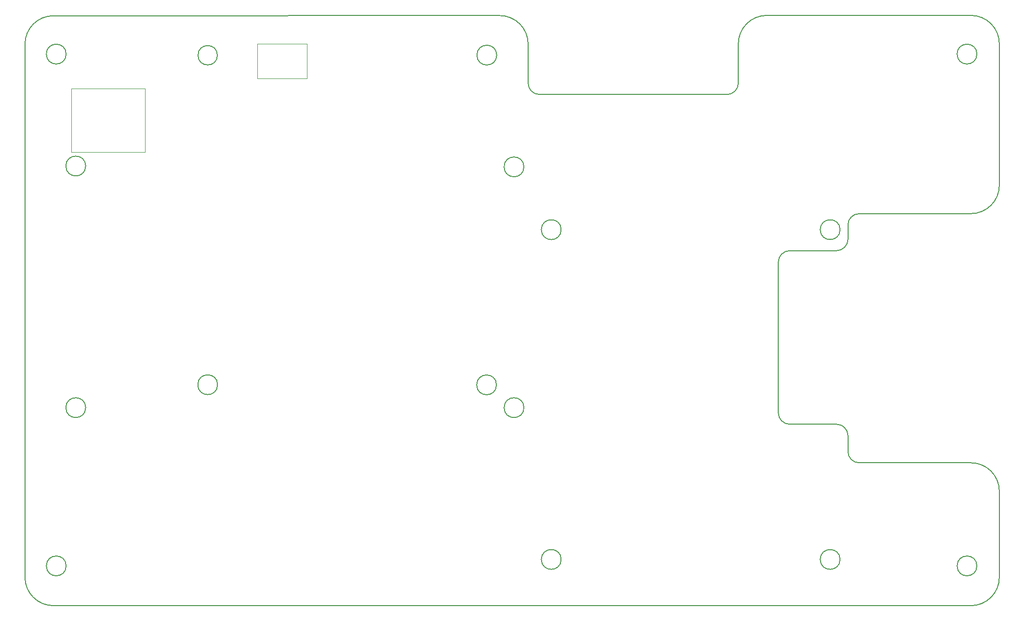
<source format=gbr>
%TF.GenerationSoftware,KiCad,Pcbnew,(6.0.6)*%
%TF.CreationDate,2022-07-08T10:44:38+02:00*%
%TF.ProjectId,norns_fork,6e6f726e-735f-4666-9f72-6b2e6b696361,V2*%
%TF.SameCoordinates,Original*%
%TF.FileFunction,Other,User*%
%FSLAX46Y46*%
G04 Gerber Fmt 4.6, Leading zero omitted, Abs format (unit mm)*
G04 Created by KiCad (PCBNEW (6.0.6)) date 2022-07-08 10:44:38*
%MOMM*%
%LPD*%
G01*
G04 APERTURE LIST*
%TA.AperFunction,Profile*%
%ADD10C,0.200000*%
%TD*%
%ADD11C,0.050000*%
G04 APERTURE END LIST*
D10*
X54898757Y-36329557D02*
X51345231Y-36329557D01*
X46345230Y-135080000D02*
G75*
G03*
X51345231Y-140080000I5000000J0D01*
G01*
X129190050Y-101251336D02*
G75*
G03*
X129190050Y-101251336I-1740060J0D01*
G01*
X136750000Y-50180957D02*
X169682342Y-50180957D01*
X51345231Y-140080000D02*
X59900000Y-140080000D01*
X134011141Y-62909400D02*
G75*
G03*
X134011141Y-62909400I-1741410J0D01*
G01*
X217545231Y-119953960D02*
X217545231Y-135080000D01*
X140555410Y-131951800D02*
G75*
G03*
X140555410Y-131951800I-1741410J0D01*
G01*
X217545231Y-66131713D02*
X217545231Y-41268982D01*
X178717040Y-106170860D02*
G75*
G03*
X180717000Y-108170860I2000060J60D01*
G01*
X188942909Y-77646960D02*
X180717000Y-77646960D01*
X192942909Y-71131709D02*
G75*
G03*
X190942909Y-73131713I-109J-1999891D01*
G01*
X54898757Y-36329557D02*
X129747928Y-36298538D01*
X129232210Y-43254160D02*
G75*
G03*
X129232210Y-43254160I-1741410J0D01*
G01*
X46345231Y-41329557D02*
X46345231Y-135080000D01*
X217545240Y-119953960D02*
G75*
G03*
X212545231Y-114953960I-5000040J-40D01*
G01*
X57011131Y-105259400D02*
G75*
G03*
X57011131Y-105259400I-1741410J0D01*
G01*
X53580000Y-43071200D02*
G75*
G03*
X53580000Y-43071200I-1740000J0D01*
G01*
X57011131Y-62759400D02*
G75*
G03*
X57011131Y-62759400I-1741410J0D01*
G01*
X51345231Y-36329561D02*
G75*
G03*
X46345231Y-41329557I9J-5000009D01*
G01*
X53580000Y-133088800D02*
G75*
G03*
X53580000Y-133088800I-1740000J0D01*
G01*
X189554000Y-131951800D02*
G75*
G03*
X189554000Y-131951800I-1740000J0D01*
G01*
X190942909Y-110170860D02*
X190942909Y-112953960D01*
X80190000Y-101220000D02*
G75*
G03*
X80190000Y-101220000I-1740000J0D01*
G01*
X213600000Y-133088800D02*
G75*
G03*
X213600000Y-133088800I-1740000J0D01*
G01*
X217545218Y-41268982D02*
G75*
G03*
X212545231Y-36268982I-5000018J-18D01*
G01*
X134011131Y-105259400D02*
G75*
G03*
X134011131Y-105259400I-1741410J0D01*
G01*
X169682342Y-50180942D02*
G75*
G03*
X171682342Y-48180957I58J1999942D01*
G01*
X140555410Y-73951760D02*
G75*
G03*
X140555410Y-73951760I-1741410J0D01*
G01*
X212545231Y-71131731D02*
G75*
G03*
X217545231Y-66131713I-131J5000131D01*
G01*
X134750043Y-48180957D02*
G75*
G03*
X136750000Y-50180957I2000057J57D01*
G01*
X190942840Y-112953960D02*
G75*
G03*
X192942909Y-114953960I2000060J60D01*
G01*
X189555410Y-73951760D02*
G75*
G03*
X189555410Y-73951760I-1741410J0D01*
G01*
X134750000Y-41298538D02*
X134750000Y-48180957D01*
X59900000Y-140080000D02*
X212545231Y-140080000D01*
X212545231Y-140079931D02*
G75*
G03*
X217545231Y-135080000I-31J5000031D01*
G01*
X180717000Y-77646900D02*
G75*
G03*
X178717000Y-79646960I0J-2000000D01*
G01*
X80152939Y-43280000D02*
G75*
G03*
X80152939Y-43280000I-1702939J0D01*
G01*
X176682342Y-36269042D02*
G75*
G03*
X171682342Y-41268982I-42J-4999958D01*
G01*
X190942909Y-73131713D02*
X190942909Y-75646960D01*
X171682342Y-48180957D02*
X171682342Y-41268982D01*
X188942909Y-77647009D02*
G75*
G03*
X190942909Y-75646960I-9J2000009D01*
G01*
X134750062Y-41298538D02*
G75*
G03*
X129747928Y-36298538I-4999962J38D01*
G01*
X178717000Y-79646960D02*
X178717000Y-106170860D01*
X176682342Y-36268982D02*
X212545231Y-36268982D01*
X213601410Y-43071200D02*
G75*
G03*
X213601410Y-43071200I-1741410J0D01*
G01*
X192942909Y-114953960D02*
X212545231Y-114953960D01*
X180717000Y-108170860D02*
X188942909Y-108170860D01*
X212545231Y-71131713D02*
X192942909Y-71131713D01*
X190942840Y-110170860D02*
G75*
G03*
X188942909Y-108170860I-1999940J60D01*
G01*
D11*
%TO.C,J12*%
X54530000Y-49135000D02*
X67470000Y-49135000D01*
X67470000Y-60325000D02*
X67470000Y-49135000D01*
X54530000Y-49135000D02*
X54530000Y-60325000D01*
X67470000Y-60325000D02*
X54530000Y-60325000D01*
%TO.C,J6*%
X95859998Y-41292997D02*
X87209998Y-41292997D01*
X87209998Y-47392997D02*
X95859998Y-47392997D01*
X95859998Y-47392997D02*
X95859998Y-41292997D01*
X87209998Y-41292997D02*
X87209998Y-47392997D01*
%TD*%
M02*

</source>
